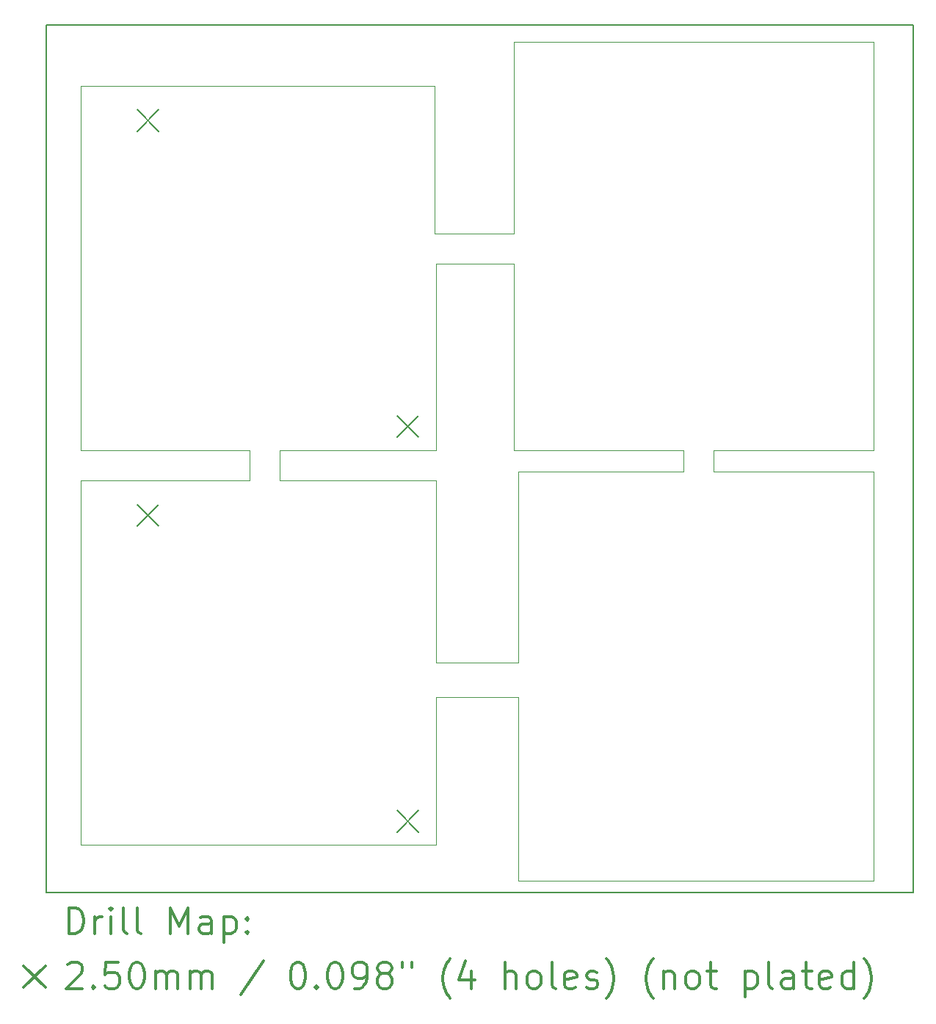
<source format=gbr>
%FSLAX45Y45*%
G04 Gerber Fmt 4.5, Leading zero omitted, Abs format (unit mm)*
G04 Created by KiCad (PCBNEW 4.0.6-e0-6349~53~ubuntu14.04.1) date Mon Apr 10 17:45:22 2017*
%MOMM*%
%LPD*%
G01*
G04 APERTURE LIST*
%ADD10C,0.127000*%
%ADD11C,0.100000*%
%ADD12C,0.150000*%
%ADD13C,0.200000*%
%ADD14C,0.300000*%
G04 APERTURE END LIST*
D10*
D11*
X15400000Y-5190000D02*
X15450000Y-5190000D01*
X15400000Y-7400000D02*
X15400000Y-5190000D01*
X14480000Y-7400000D02*
X15400000Y-7400000D01*
X14480000Y-5700000D02*
X14480000Y-7400000D01*
X14470000Y-5700000D02*
X14480000Y-5700000D01*
X17700000Y-9900000D02*
X19550000Y-9900000D01*
X17700000Y-10150000D02*
X19550000Y-10150000D01*
X17700000Y-9900000D02*
X17700000Y-10150000D01*
X15450000Y-14860000D02*
X15450000Y-14801000D01*
X15450000Y-12750000D02*
X15450000Y-14800000D01*
X14500000Y-12750000D02*
X15450000Y-12750000D01*
X14500000Y-14450000D02*
X14500000Y-12750000D01*
X14450000Y-14450000D02*
X14500000Y-14450000D01*
X14500000Y-9900000D02*
X12700000Y-9900000D01*
X14500000Y-7750000D02*
X14500000Y-9900000D01*
X15400000Y-7750000D02*
X14500000Y-7750000D01*
X15400000Y-9900000D02*
X15400000Y-7750000D01*
X17350000Y-9900000D02*
X15400000Y-9900000D01*
X17350000Y-10150000D02*
X17350000Y-9900000D01*
X15450000Y-10150000D02*
X17350000Y-10150000D01*
X15450000Y-12350000D02*
X15450000Y-10150000D01*
X14500000Y-12350000D02*
X15450000Y-12350000D01*
X14500000Y-10250000D02*
X14500000Y-12350000D01*
X12700000Y-10250000D02*
X14500000Y-10250000D01*
X12700000Y-9900000D02*
X12700000Y-10250000D01*
X12350000Y-10250000D02*
X10400000Y-10250000D01*
X12350000Y-9900000D02*
X12350000Y-10250000D01*
X10400000Y-9900000D02*
X12350000Y-9900000D01*
D12*
X10000000Y-15000000D02*
X10000000Y-5000000D01*
X20000000Y-15000000D02*
X10000000Y-15000000D01*
X20000000Y-5000000D02*
X20000000Y-15000000D01*
X10000000Y-5000000D02*
X20000000Y-5000000D01*
D11*
X14400000Y-5700000D02*
X10400000Y-5700000D01*
X14400000Y-5700000D02*
X14475000Y-5700000D01*
X14475000Y-5700000D02*
X14475000Y-5700000D01*
X14475000Y-5700000D02*
X14475000Y-5700000D01*
X10400000Y-5900000D02*
X10400000Y-5900000D01*
X10400000Y-5700000D02*
X10400000Y-5900000D01*
X10400000Y-9900000D02*
X10400000Y-9900000D01*
X10400000Y-9900000D02*
X10400000Y-5900000D01*
X14400000Y-14450000D02*
X14475000Y-14450000D01*
X10400000Y-10450000D02*
X10400000Y-10450000D01*
X10400000Y-10250000D02*
X10400000Y-10450000D01*
X10400000Y-14450000D02*
X10400000Y-14450000D01*
X14400000Y-14450000D02*
X10400000Y-14450000D01*
X10400000Y-14450000D02*
X10400000Y-10450000D01*
X19550000Y-5190000D02*
X19550000Y-9900000D01*
X15450000Y-5190000D02*
X19550000Y-5190000D01*
X19550000Y-10150000D02*
X19550000Y-14860000D01*
X19550000Y-14860000D02*
X15450000Y-14860000D01*
D13*
X11050000Y-5975000D02*
X11300000Y-6225000D01*
X11300000Y-5975000D02*
X11050000Y-6225000D01*
X11050000Y-10525000D02*
X11300000Y-10775000D01*
X11300000Y-10525000D02*
X11050000Y-10775000D01*
X14050000Y-9500000D02*
X14300000Y-9750000D01*
X14300000Y-9500000D02*
X14050000Y-9750000D01*
X14050000Y-14050000D02*
X14300000Y-14300000D01*
X14300000Y-14050000D02*
X14050000Y-14300000D01*
D14*
X10263929Y-15473214D02*
X10263929Y-15173214D01*
X10335357Y-15173214D01*
X10378214Y-15187500D01*
X10406786Y-15216071D01*
X10421071Y-15244643D01*
X10435357Y-15301786D01*
X10435357Y-15344643D01*
X10421071Y-15401786D01*
X10406786Y-15430357D01*
X10378214Y-15458929D01*
X10335357Y-15473214D01*
X10263929Y-15473214D01*
X10563929Y-15473214D02*
X10563929Y-15273214D01*
X10563929Y-15330357D02*
X10578214Y-15301786D01*
X10592500Y-15287500D01*
X10621071Y-15273214D01*
X10649643Y-15273214D01*
X10749643Y-15473214D02*
X10749643Y-15273214D01*
X10749643Y-15173214D02*
X10735357Y-15187500D01*
X10749643Y-15201786D01*
X10763929Y-15187500D01*
X10749643Y-15173214D01*
X10749643Y-15201786D01*
X10935357Y-15473214D02*
X10906786Y-15458929D01*
X10892500Y-15430357D01*
X10892500Y-15173214D01*
X11092500Y-15473214D02*
X11063929Y-15458929D01*
X11049643Y-15430357D01*
X11049643Y-15173214D01*
X11435357Y-15473214D02*
X11435357Y-15173214D01*
X11535357Y-15387500D01*
X11635357Y-15173214D01*
X11635357Y-15473214D01*
X11906786Y-15473214D02*
X11906786Y-15316071D01*
X11892500Y-15287500D01*
X11863928Y-15273214D01*
X11806786Y-15273214D01*
X11778214Y-15287500D01*
X11906786Y-15458929D02*
X11878214Y-15473214D01*
X11806786Y-15473214D01*
X11778214Y-15458929D01*
X11763928Y-15430357D01*
X11763928Y-15401786D01*
X11778214Y-15373214D01*
X11806786Y-15358929D01*
X11878214Y-15358929D01*
X11906786Y-15344643D01*
X12049643Y-15273214D02*
X12049643Y-15573214D01*
X12049643Y-15287500D02*
X12078214Y-15273214D01*
X12135357Y-15273214D01*
X12163928Y-15287500D01*
X12178214Y-15301786D01*
X12192500Y-15330357D01*
X12192500Y-15416071D01*
X12178214Y-15444643D01*
X12163928Y-15458929D01*
X12135357Y-15473214D01*
X12078214Y-15473214D01*
X12049643Y-15458929D01*
X12321071Y-15444643D02*
X12335357Y-15458929D01*
X12321071Y-15473214D01*
X12306786Y-15458929D01*
X12321071Y-15444643D01*
X12321071Y-15473214D01*
X12321071Y-15287500D02*
X12335357Y-15301786D01*
X12321071Y-15316071D01*
X12306786Y-15301786D01*
X12321071Y-15287500D01*
X12321071Y-15316071D01*
X9742500Y-15842500D02*
X9992500Y-16092500D01*
X9992500Y-15842500D02*
X9742500Y-16092500D01*
X10249643Y-15831786D02*
X10263929Y-15817500D01*
X10292500Y-15803214D01*
X10363929Y-15803214D01*
X10392500Y-15817500D01*
X10406786Y-15831786D01*
X10421071Y-15860357D01*
X10421071Y-15888929D01*
X10406786Y-15931786D01*
X10235357Y-16103214D01*
X10421071Y-16103214D01*
X10549643Y-16074643D02*
X10563929Y-16088929D01*
X10549643Y-16103214D01*
X10535357Y-16088929D01*
X10549643Y-16074643D01*
X10549643Y-16103214D01*
X10835357Y-15803214D02*
X10692500Y-15803214D01*
X10678214Y-15946071D01*
X10692500Y-15931786D01*
X10721071Y-15917500D01*
X10792500Y-15917500D01*
X10821071Y-15931786D01*
X10835357Y-15946071D01*
X10849643Y-15974643D01*
X10849643Y-16046071D01*
X10835357Y-16074643D01*
X10821071Y-16088929D01*
X10792500Y-16103214D01*
X10721071Y-16103214D01*
X10692500Y-16088929D01*
X10678214Y-16074643D01*
X11035357Y-15803214D02*
X11063929Y-15803214D01*
X11092500Y-15817500D01*
X11106786Y-15831786D01*
X11121071Y-15860357D01*
X11135357Y-15917500D01*
X11135357Y-15988929D01*
X11121071Y-16046071D01*
X11106786Y-16074643D01*
X11092500Y-16088929D01*
X11063929Y-16103214D01*
X11035357Y-16103214D01*
X11006786Y-16088929D01*
X10992500Y-16074643D01*
X10978214Y-16046071D01*
X10963929Y-15988929D01*
X10963929Y-15917500D01*
X10978214Y-15860357D01*
X10992500Y-15831786D01*
X11006786Y-15817500D01*
X11035357Y-15803214D01*
X11263928Y-16103214D02*
X11263928Y-15903214D01*
X11263928Y-15931786D02*
X11278214Y-15917500D01*
X11306786Y-15903214D01*
X11349643Y-15903214D01*
X11378214Y-15917500D01*
X11392500Y-15946071D01*
X11392500Y-16103214D01*
X11392500Y-15946071D02*
X11406786Y-15917500D01*
X11435357Y-15903214D01*
X11478214Y-15903214D01*
X11506786Y-15917500D01*
X11521071Y-15946071D01*
X11521071Y-16103214D01*
X11663928Y-16103214D02*
X11663928Y-15903214D01*
X11663928Y-15931786D02*
X11678214Y-15917500D01*
X11706786Y-15903214D01*
X11749643Y-15903214D01*
X11778214Y-15917500D01*
X11792500Y-15946071D01*
X11792500Y-16103214D01*
X11792500Y-15946071D02*
X11806786Y-15917500D01*
X11835357Y-15903214D01*
X11878214Y-15903214D01*
X11906786Y-15917500D01*
X11921071Y-15946071D01*
X11921071Y-16103214D01*
X12506786Y-15788929D02*
X12249643Y-16174643D01*
X12892500Y-15803214D02*
X12921071Y-15803214D01*
X12949643Y-15817500D01*
X12963928Y-15831786D01*
X12978214Y-15860357D01*
X12992500Y-15917500D01*
X12992500Y-15988929D01*
X12978214Y-16046071D01*
X12963928Y-16074643D01*
X12949643Y-16088929D01*
X12921071Y-16103214D01*
X12892500Y-16103214D01*
X12863928Y-16088929D01*
X12849643Y-16074643D01*
X12835357Y-16046071D01*
X12821071Y-15988929D01*
X12821071Y-15917500D01*
X12835357Y-15860357D01*
X12849643Y-15831786D01*
X12863928Y-15817500D01*
X12892500Y-15803214D01*
X13121071Y-16074643D02*
X13135357Y-16088929D01*
X13121071Y-16103214D01*
X13106786Y-16088929D01*
X13121071Y-16074643D01*
X13121071Y-16103214D01*
X13321071Y-15803214D02*
X13349643Y-15803214D01*
X13378214Y-15817500D01*
X13392500Y-15831786D01*
X13406785Y-15860357D01*
X13421071Y-15917500D01*
X13421071Y-15988929D01*
X13406785Y-16046071D01*
X13392500Y-16074643D01*
X13378214Y-16088929D01*
X13349643Y-16103214D01*
X13321071Y-16103214D01*
X13292500Y-16088929D01*
X13278214Y-16074643D01*
X13263928Y-16046071D01*
X13249643Y-15988929D01*
X13249643Y-15917500D01*
X13263928Y-15860357D01*
X13278214Y-15831786D01*
X13292500Y-15817500D01*
X13321071Y-15803214D01*
X13563928Y-16103214D02*
X13621071Y-16103214D01*
X13649643Y-16088929D01*
X13663928Y-16074643D01*
X13692500Y-16031786D01*
X13706785Y-15974643D01*
X13706785Y-15860357D01*
X13692500Y-15831786D01*
X13678214Y-15817500D01*
X13649643Y-15803214D01*
X13592500Y-15803214D01*
X13563928Y-15817500D01*
X13549643Y-15831786D01*
X13535357Y-15860357D01*
X13535357Y-15931786D01*
X13549643Y-15960357D01*
X13563928Y-15974643D01*
X13592500Y-15988929D01*
X13649643Y-15988929D01*
X13678214Y-15974643D01*
X13692500Y-15960357D01*
X13706785Y-15931786D01*
X13878214Y-15931786D02*
X13849643Y-15917500D01*
X13835357Y-15903214D01*
X13821071Y-15874643D01*
X13821071Y-15860357D01*
X13835357Y-15831786D01*
X13849643Y-15817500D01*
X13878214Y-15803214D01*
X13935357Y-15803214D01*
X13963928Y-15817500D01*
X13978214Y-15831786D01*
X13992500Y-15860357D01*
X13992500Y-15874643D01*
X13978214Y-15903214D01*
X13963928Y-15917500D01*
X13935357Y-15931786D01*
X13878214Y-15931786D01*
X13849643Y-15946071D01*
X13835357Y-15960357D01*
X13821071Y-15988929D01*
X13821071Y-16046071D01*
X13835357Y-16074643D01*
X13849643Y-16088929D01*
X13878214Y-16103214D01*
X13935357Y-16103214D01*
X13963928Y-16088929D01*
X13978214Y-16074643D01*
X13992500Y-16046071D01*
X13992500Y-15988929D01*
X13978214Y-15960357D01*
X13963928Y-15946071D01*
X13935357Y-15931786D01*
X14106786Y-15803214D02*
X14106786Y-15860357D01*
X14221071Y-15803214D02*
X14221071Y-15860357D01*
X14663928Y-16217500D02*
X14649643Y-16203214D01*
X14621071Y-16160357D01*
X14606785Y-16131786D01*
X14592500Y-16088929D01*
X14578214Y-16017500D01*
X14578214Y-15960357D01*
X14592500Y-15888929D01*
X14606785Y-15846071D01*
X14621071Y-15817500D01*
X14649643Y-15774643D01*
X14663928Y-15760357D01*
X14906785Y-15903214D02*
X14906785Y-16103214D01*
X14835357Y-15788929D02*
X14763928Y-16003214D01*
X14949643Y-16003214D01*
X15292500Y-16103214D02*
X15292500Y-15803214D01*
X15421071Y-16103214D02*
X15421071Y-15946071D01*
X15406785Y-15917500D01*
X15378214Y-15903214D01*
X15335357Y-15903214D01*
X15306785Y-15917500D01*
X15292500Y-15931786D01*
X15606785Y-16103214D02*
X15578214Y-16088929D01*
X15563928Y-16074643D01*
X15549643Y-16046071D01*
X15549643Y-15960357D01*
X15563928Y-15931786D01*
X15578214Y-15917500D01*
X15606785Y-15903214D01*
X15649643Y-15903214D01*
X15678214Y-15917500D01*
X15692500Y-15931786D01*
X15706785Y-15960357D01*
X15706785Y-16046071D01*
X15692500Y-16074643D01*
X15678214Y-16088929D01*
X15649643Y-16103214D01*
X15606785Y-16103214D01*
X15878214Y-16103214D02*
X15849643Y-16088929D01*
X15835357Y-16060357D01*
X15835357Y-15803214D01*
X16106786Y-16088929D02*
X16078214Y-16103214D01*
X16021071Y-16103214D01*
X15992500Y-16088929D01*
X15978214Y-16060357D01*
X15978214Y-15946071D01*
X15992500Y-15917500D01*
X16021071Y-15903214D01*
X16078214Y-15903214D01*
X16106786Y-15917500D01*
X16121071Y-15946071D01*
X16121071Y-15974643D01*
X15978214Y-16003214D01*
X16235357Y-16088929D02*
X16263928Y-16103214D01*
X16321071Y-16103214D01*
X16349643Y-16088929D01*
X16363928Y-16060357D01*
X16363928Y-16046071D01*
X16349643Y-16017500D01*
X16321071Y-16003214D01*
X16278214Y-16003214D01*
X16249643Y-15988929D01*
X16235357Y-15960357D01*
X16235357Y-15946071D01*
X16249643Y-15917500D01*
X16278214Y-15903214D01*
X16321071Y-15903214D01*
X16349643Y-15917500D01*
X16463928Y-16217500D02*
X16478214Y-16203214D01*
X16506786Y-16160357D01*
X16521071Y-16131786D01*
X16535357Y-16088929D01*
X16549643Y-16017500D01*
X16549643Y-15960357D01*
X16535357Y-15888929D01*
X16521071Y-15846071D01*
X16506786Y-15817500D01*
X16478214Y-15774643D01*
X16463928Y-15760357D01*
X17006786Y-16217500D02*
X16992500Y-16203214D01*
X16963928Y-16160357D01*
X16949643Y-16131786D01*
X16935357Y-16088929D01*
X16921071Y-16017500D01*
X16921071Y-15960357D01*
X16935357Y-15888929D01*
X16949643Y-15846071D01*
X16963928Y-15817500D01*
X16992500Y-15774643D01*
X17006786Y-15760357D01*
X17121071Y-15903214D02*
X17121071Y-16103214D01*
X17121071Y-15931786D02*
X17135357Y-15917500D01*
X17163928Y-15903214D01*
X17206786Y-15903214D01*
X17235357Y-15917500D01*
X17249643Y-15946071D01*
X17249643Y-16103214D01*
X17435357Y-16103214D02*
X17406786Y-16088929D01*
X17392500Y-16074643D01*
X17378214Y-16046071D01*
X17378214Y-15960357D01*
X17392500Y-15931786D01*
X17406786Y-15917500D01*
X17435357Y-15903214D01*
X17478214Y-15903214D01*
X17506786Y-15917500D01*
X17521071Y-15931786D01*
X17535357Y-15960357D01*
X17535357Y-16046071D01*
X17521071Y-16074643D01*
X17506786Y-16088929D01*
X17478214Y-16103214D01*
X17435357Y-16103214D01*
X17621071Y-15903214D02*
X17735357Y-15903214D01*
X17663929Y-15803214D02*
X17663929Y-16060357D01*
X17678214Y-16088929D01*
X17706786Y-16103214D01*
X17735357Y-16103214D01*
X18063929Y-15903214D02*
X18063929Y-16203214D01*
X18063929Y-15917500D02*
X18092500Y-15903214D01*
X18149643Y-15903214D01*
X18178214Y-15917500D01*
X18192500Y-15931786D01*
X18206786Y-15960357D01*
X18206786Y-16046071D01*
X18192500Y-16074643D01*
X18178214Y-16088929D01*
X18149643Y-16103214D01*
X18092500Y-16103214D01*
X18063929Y-16088929D01*
X18378214Y-16103214D02*
X18349643Y-16088929D01*
X18335357Y-16060357D01*
X18335357Y-15803214D01*
X18621071Y-16103214D02*
X18621071Y-15946071D01*
X18606786Y-15917500D01*
X18578214Y-15903214D01*
X18521071Y-15903214D01*
X18492500Y-15917500D01*
X18621071Y-16088929D02*
X18592500Y-16103214D01*
X18521071Y-16103214D01*
X18492500Y-16088929D01*
X18478214Y-16060357D01*
X18478214Y-16031786D01*
X18492500Y-16003214D01*
X18521071Y-15988929D01*
X18592500Y-15988929D01*
X18621071Y-15974643D01*
X18721071Y-15903214D02*
X18835357Y-15903214D01*
X18763929Y-15803214D02*
X18763929Y-16060357D01*
X18778214Y-16088929D01*
X18806786Y-16103214D01*
X18835357Y-16103214D01*
X19049643Y-16088929D02*
X19021072Y-16103214D01*
X18963929Y-16103214D01*
X18935357Y-16088929D01*
X18921072Y-16060357D01*
X18921072Y-15946071D01*
X18935357Y-15917500D01*
X18963929Y-15903214D01*
X19021072Y-15903214D01*
X19049643Y-15917500D01*
X19063929Y-15946071D01*
X19063929Y-15974643D01*
X18921072Y-16003214D01*
X19321072Y-16103214D02*
X19321072Y-15803214D01*
X19321072Y-16088929D02*
X19292500Y-16103214D01*
X19235357Y-16103214D01*
X19206786Y-16088929D01*
X19192500Y-16074643D01*
X19178214Y-16046071D01*
X19178214Y-15960357D01*
X19192500Y-15931786D01*
X19206786Y-15917500D01*
X19235357Y-15903214D01*
X19292500Y-15903214D01*
X19321072Y-15917500D01*
X19435357Y-16217500D02*
X19449643Y-16203214D01*
X19478214Y-16160357D01*
X19492500Y-16131786D01*
X19506786Y-16088929D01*
X19521072Y-16017500D01*
X19521072Y-15960357D01*
X19506786Y-15888929D01*
X19492500Y-15846071D01*
X19478214Y-15817500D01*
X19449643Y-15774643D01*
X19435357Y-15760357D01*
M02*

</source>
